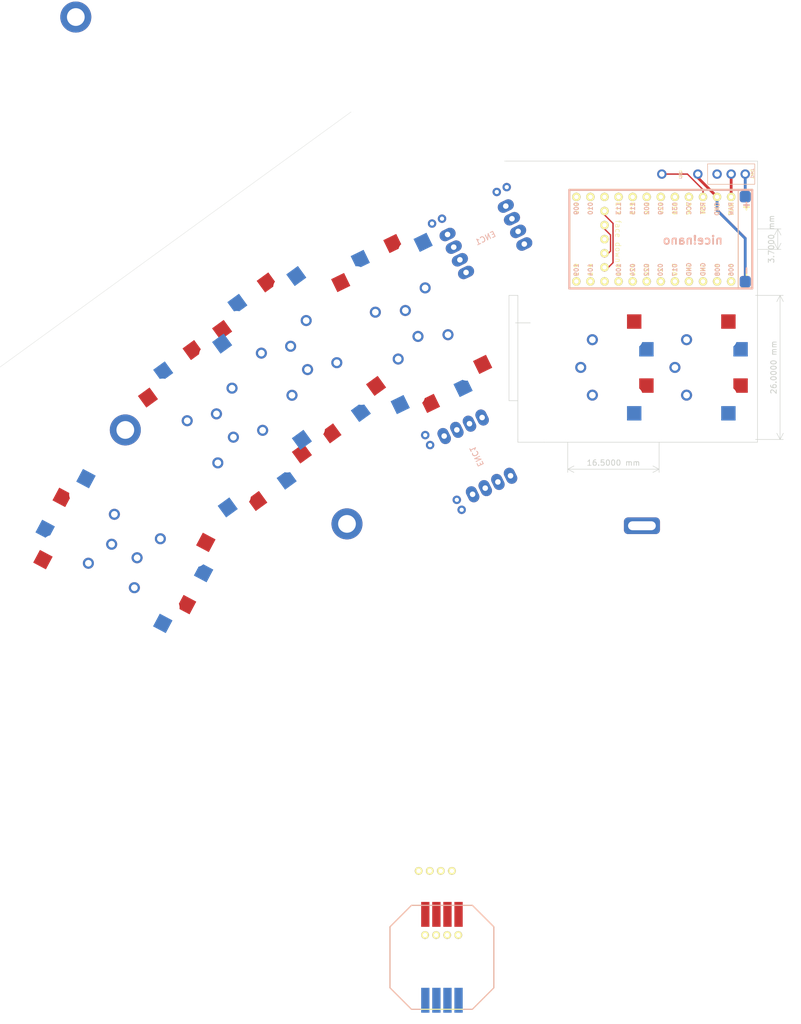
<source format=kicad_pcb>
(kicad_pcb (version 20221018) (generator pcbnew)
  (layers (0 "F.Cu" signal) (31 "B.Cu" signal) (34 "B.Paste" user) (35 "F.Paste" user) (36 "B.SilkS" user "B.Silkscreen") (37 "F.SilkS" user "F.Silkscreen") (38 "B.Mask" user) (39 "F.Mask" user) (44 "Edge.Cuts" user))
  (net 0 "")
  (net 1 "GND")
  (net 2 "RST")
  (net 3 "VCC")
  (net 4 "Bat+")
  (net 5 "RAW")
  (net 6 "JS_X")
  (net 7 "JS_Y")
  (net 8 "101")
  (net 9 "102")
  (net 10 "107")
  (footprint "" (layer "F.Cu") (at 167.661643 106.009158)
    (fp_text reference "" (at 0 0) (layer "F.SilkS") (effects (font (size 1.27 1.27))))
    (fp_text value "" (at 0 0) (layer "F.SilkS") (effects (font (size 1.27 1.27))))
    (pad "C" thru_hole roundrect (at 0 0) (size 6.5 3) (drill oval 5 1.61) (layers "*.Cu" "F.Mask"))
  )
  (footprint "footprints:pg1350-rev-hs-1U" (layer "F.Cu") (at 87.398892 81.050545 36)
    (fp_text reference "SW2" hide)
    (fp_text value "SW_Push" hide)
    (pad "" np_thru_hole circle (at -5.5 0 36) (size 1.7018 1.7018) (drill 1.7018) (layers "*.Cu" "*.Mask"))
    (pad "" np_thru_hole circle (at -5 -3.75 36) (size 3 3) (drill 3) (layers "*.Cu" "*.Mask"))
    (pad "" np_thru_hole circle (at 0 -5.95 36) (size 3 3) (drill 3) (layers "*.Cu" "*.Mask"))
    (pad "" np_thru_hole circle (at 0 0 36) (size 3.429 3.429) (drill 3.429) (layers "*.Cu" "*.Mask"))
    (pad "" np_thru_hole circle (at 5 -3.75 36) (size 3 3) (drill 3) (layers "*.Cu" "*.Mask"))
    (pad "" np_thru_hole circle (at 5.5 0 36) (size 1.7018 1.7018) (drill 1.7018) (layers "*.Cu" "*.Mask"))
    (pad "1" thru_hole circle (at -5 3.8 36) (size 2 2) (drill 1.2) (layers "*.Cu" "F.Mask"))
    (pad "1" smd rect (at -3.275 -5.95 36) (size 2.6 2.6) (layers "B.Cu" "B.Paste" "B.Mask"))
    (pad "1" smd rect (at 3.275 -5.95 36) (size 2.6 2.6) (layers "F.Cu" "F.Paste" "F.Mask"))
    (pad "1" thru_hole circle (at 5 3.8 36) (size 2 2) (drill 1.2) (layers "*.Cu" "B.Mask"))
    (pad "2" smd rect (at -8.275 -3.75 36) (size 2.6 2.6) (layers "F.Cu" "F.Paste" "F.Mask"))
    (pad "2" thru_hole circle (at 0 5.9 36) (size 2 2) (drill 1.2) (layers "*.Cu" "*.Mask"))
    (pad "2" smd rect (at 8.275 -3.75 36) (size 2.6 2.6) (layers "B.Cu" "B.Paste" "B.Mask"))
  )
  (footprint "" (layer "F.Cu") (at 133.362954 168.280129 34)
    (fp_text reference "" (at 0 0 34) (layer "F.SilkS") (effects (font (size 1.27 1.27))))
    (fp_text value "" (at 0 0 34) (layer "F.SilkS") (effects (font (size 1.27 1.27))))
    (pad "X" thru_hole circle (at 0 0 34) (size 1.397 1.397) (drill 0.8128) (layers "*.Cu" "*.Mask" "F.SilkS"))
  )
  (footprint "footprints:pg1350-rev-hs-1.25U" (layer "F.Cu") (at 66.739684 106.574675 -28)
    (fp_text reference "SW1" hide)
    (fp_text value "SW_Push" hide)
    (pad "" np_thru_hole circle (at -5.95 0 62) (size 3 3) (drill 3) (layers "*.Cu" "*.Mask"))
    (pad "" np_thru_hole circle (at -3.75 -5 62) (size 3 3) (drill 3) (layers "*.Cu" "*.Mask"))
    (pad "" np_thru_hole circle (at -3.75 5 62) (size 3 3) (drill 3) (layers "*.Cu" "*.Mask"))
    (pad "" np_thru_hole circle (at 0 -5.5 62) (size 1.7018 1.7018) (drill 1.7018) (layers "*.Cu" "*.Mask"))
    (pad "" np_thru_hole circle (at 0 0 62) (size 3.429 3.429) (drill 3.429) (layers "*.Cu" "*.Mask"))
    (pad "" np_thru_hole circle (at 0 5.5 62) (size 1.7018 1.7018) (drill 1.7018) (layers "*.Cu" "*.Mask"))
    (pad "1" smd rect (at -5.95 -3.275 62) (size 2.6 2.6) (layers "F.Cu" "F.Paste" "F.Mask"))
    (pad "1" smd rect (at -5.95 3.275 62) (size 2.6 2.6) (layers "B.Cu" "B.Paste" "B.Mask"))
    (pad "1" thru_hole circle (at 3.8 -5 62) (size 2 2) (drill 1.2) (layers "*.Cu" "B.Mask"))
    (pad "1" thru_hole circle (at 3.8 5 62) (size 2 2) (drill 1.2) (layers "*.Cu" "F.Mask"))
    (pad "2" smd rect (at -3.75 -8.275 62) (size 2.6 2.6) (layers "B.Cu" "B.Paste" "B.Mask"))
    (pad "2" smd rect (at -3.75 8.275 62) (size 2.6 2.6) (layers "F.Cu" "F.Paste" "F.Mask"))
    (pad "2" thru_hole circle (at 5.9 0 62) (size 2 2) (drill 1.2) (layers "*.Cu" "*.Mask"))
  )
  (footprint "" (layer "F.Cu") (at 134.516489 179.852249 34)
    (fp_text reference "" (at 0 0 34) (layer "F.SilkS") (effects (font (size 1.27 1.27))))
    (fp_text value "" (at 0 0 34) (layer "F.SilkS") (effects (font (size 1.27 1.27))))
    (pad "X" thru_hole circle (at 0 0 34) (size 1.397 1.397) (drill 0.8128) (layers "*.Cu" "*.Mask" "F.SilkS"))
  )
  (footprint "PCM_Switch_Keyboard_Hotswap_Kailh:toby_enc" (layer "F.Cu") (at 139.414952 54.13962 26)
    (fp_text reference "ENC1" hide)
    (fp_text value "toby_enc" hide)
    (fp_text user "${REFERENCE}" (at 0 0 26) (layer "B.SilkS") (effects (justify mirror)))
    (pad "" np_thru_hole circle (at -5.847013 6.553501 116) (size 1.6 1.6) (drill 1.6) (layers "*.Cu"))
    (pad "" np_thru_hole circle (at 5.847014 6.553501 296) (size 1.6 1.6) (drill 1.6) (layers "*.Cu"))
    (pad "A" thru_hole oval (at -5.847013 -3.606501 116) (size 2 3) (drill 1) (layers "*.Cu" "B.Mask"))
    (pad "A" thru_hole oval (at 5.847013 -3.606501 296) (size 2 3) (drill 1) (layers "*.Cu" "F.Mask"))
    (pad "B" thru_hole oval (at -5.847013 -1.066501 116) (size 2 3) (drill 1) (layers "*.Cu" "B.Mask"))
    (pad "B" thru_hole oval (at 5.847013 -1.066502 296) (size 2 3) (drill 1) (layers "*.Cu" "F.Mask"))
    (pad "C" thru_hole oval (at -5.847014 1.473498 116) (size 2 3) (drill 1) (layers "*.Cu" "B.Mask"))
    (pad "C" thru_hole oval (at 5.847014 1.473498 296) (size 2 3) (drill 1) (layers "*.Cu" "F.Mask"))
    (pad "NC" thru_hole oval (at -5.847015 4.0135 116) (size 2 3) (drill 1) (layers "*.Cu" "B.Mask"))
    (pad "NC" thru_hole oval (at 5.847015 4.0135 296) (size 2 3) (drill 1) (layers "*.Cu" "F.Mask"))
    (pad "S1" thru_hole circle (at -7.497012 -6.6065 116) (size 1.524 1.524) (drill 0.762) (layers "*.Cu" "B.Mask"))
    (pad "S1" thru_hole circle (at 7.497012 -6.6065 296) (size 1.524 1.524) (drill 0.762) (layers "*.Cu" "F.Mask"))
    (pad "S2" thru_hole oval (at -5.497012 -6.606501 116) (size 1.524 1.524) (drill 0.762) (layers "*.Cu" "B.Mask"))
    (pad "S2" thru_hole oval (at 5.497012 -6.606501 296) (size 1.524 1.524) (drill 0.762) (layers "*.Cu" "F.Mask"))
  )
  (footprint "" (layer "F.Cu") (at 128.517016 179.852257 34)
    (fp_text reference "" (at 0 0 34) (layer "F.SilkS") (effects (font (size 1.27 1.27))))
    (fp_text value "" (at 0 0 34) (layer "F.SilkS") (effects (font (size 1.27 1.27))))
    (pad "GND" thru_hole circle (at 0 0 34) (size 1.397 1.397) (drill 0.8128) (layers "*.Cu" "*.Mask" "F.SilkS"))
  )
  (footprint "PCM_Switch_Keyboard_Hotswap_Kailh:toby_enc" (layer "F.Cu") (at 137.77469 93.496867 116)
    (fp_text reference "ENC1" hide)
    (fp_text value "toby_enc" hide)
    (fp_text user "${REFERENCE}" (at 0 0 116) (layer "B.SilkS") (effects (justify mirror)))
    (pad "" np_thru_hole circle (at -5.847013 6.553501 206) (size 1.6 1.6) (drill 1.6) (layers "*.Cu"))
    (pad "" np_thru_hole circle (at 5.847014 6.553501 26) (size 1.6 1.6) (drill 1.6) (layers "*.Cu"))
    (pad "A" thru_hole oval (at -5.847013 -3.606501 206) (size 2 3) (drill 1) (layers "*.Cu" "B.Mask"))
    (pad "A" thru_hole oval (at 5.847013 -3.606501 26) (size 2 3) (drill 1) (layers "*.Cu" "F.Mask"))
    (pad "B" thru_hole oval (at -5.847013 -1.066501 206) (size 2 3) (drill 1) (layers "*.Cu" "B.Mask"))
    (pad "B" thru_hole oval (at 5.847013 -1.066502 26) (size 2 3) (drill 1) (layers "*.Cu" "F.Mask"))
    (pad "C" thru_hole oval (at -5.847014 1.473498 206) (size 2 3) (drill 1) (layers "*.Cu" "B.Mask"))
    (pad "C" thru_hole oval (at 5.847014 1.473498 26) (size 2 3) (drill 1) (layers "*.Cu" "F.Mask"))
    (pad "NC" thru_hole oval (at -5.847015 4.0135 206) (size 2 3) (drill 1) (layers "*.Cu" "B.Mask"))
    (pad "NC" thru_hole oval (at 5.847015 4.0135 26) (size 2 3) (drill 1) (layers "*.Cu" "F.Mask"))
    (pad "S1" thru_hole circle (at -7.497012 -6.6065 206) (size 1.524 1.524) (drill 0.762) (layers "*.Cu" "B.Mask"))
    (pad "S1" thru_hole circle (at 7.497012 -6.6065 26) (size 1.524 1.524) (drill 0.762) (layers "*.Cu" "F.Mask"))
    (pad "S2" thru_hole oval (at -5.497012 -6.606501 206) (size 1.524 1.524) (drill 0.762) (layers "*.Cu" "B.Mask"))
    (pad "S2" thru_hole oval (at 5.497012 -6.606501 26) (size 1.524 1.524) (drill 0.762) (layers "*.Cu" "F.Mask"))
  )
  (footprint "" (layer "F.Cu") (at 132.514968 179.852247 34)
    (fp_text reference "" (at 0 0 34) (layer "F.SilkS") (effects (font (size 1.27 1.27))))
    (fp_text value "" (at 0 0 34) (layer "F.SilkS") (effects (font (size 1.27 1.27))))
    (pad "VCC" thru_hole circle (at 0 0 34) (size 1.397 1.397) (drill 0.8128) (layers "*.Cu" "*.Mask" "F.SilkS"))
  )
  (footprint "" (layer "F.Cu") (at 129.364996 168.280135 34)
    (fp_text reference "" (at 0 0 34) (layer "F.SilkS") (effects (font (size 1.27 1.27))))
    (fp_text value "" (at 0 0 34) (layer "F.SilkS") (effects (font (size 1.27 1.27))))
    (pad "Y" thru_hole circle (at 0 0 34) (size 1.397 1.397) (drill 0.8128) (layers "*.Cu" "*.Mask" "F.SilkS"))
  )
  (footprint "footprints:pg1350-rev-hs-1U" (layer "F.Cu") (at 129.827484 77.152066 -154)
    (fp_text reference "SW9" hide)
    (fp_text value "SW_Push" hide)
    (pad "" np_thru_hole circle (at -5.5 0 206) (size 1.7018 1.7018) (drill 1.7018) (layers "*.Cu" "*.Mask"))
    (pad "" np_thru_hole circle (at -5 -3.75 206) (size 3 3) (drill 3) (layers "*.Cu" "*.Mask"))
    (pad "" np_thru_hole circle (at 0 -5.95 206) (size 3 3) (drill 3) (layers "*.Cu" "*.Mask"))
    (pad "" np_thru_hole circle (at 0 0 206) (size 3.429 3.429) (drill 3.429) (layers "*.Cu" "*.Mask"))
    (pad "" np_thru_hole circle (at 5 -3.75 206) (size 3 3) (drill 3) (layers "*.Cu" "*.Mask"))
    (pad "" np_thru_hole circle (at 5.5 0 206) (size 1.7018 1.7018) (drill 1.7018) (layers "*.Cu" "*.Mask"))
    (pad "1" thru_hole circle (at -5 3.8 206) (size 2 2) (drill 1.2) (layers "*.Cu" "F.Mask"))
    (pad "1" smd rect (at -3.275 -5.95 206) (size 2.6 2.6) (layers "B.Cu" "B.Paste" "B.Mask"))
    (pad "1" smd rect (at 3.275 -5.95 206) (size 2.6 2.6) (layers "F.Cu" "F.Paste" "F.Mask"))
    (pad "1" thru_hole circle (at 5 3.8 206) (size 2 2) (drill 1.2) (layers "*.Cu" "B.Mask"))
    (pad "2" smd rect (at -8.275 -3.75 206) (size 2.6 2.6) (layers "F.Cu" "F.Paste" "F.Mask"))
    (pad "2" thru_hole circle (at 0 5.9 206) (size 2 2) (drill 1.2) (layers "*.Cu" "*.Mask"))
    (pad "2" smd rect (at 8.275 -3.75 206) (size 2.6 2.6) (layers "B.Cu" "B.Paste" "B.Mask"))
  )
  (footprint "footprints:pg1350-rev-hs-1U" (layer "F.Cu") (at 110.777966 82.605673 -144)
    (fp_text reference "SW8" hide)
    (fp_text value "SW_Push" hide)
    (pad "" np_thru_hole circle (at -5.5 0 216) (size 1.7018 1.7018) (drill 1.7018) (layers "*.Cu" "*.Mask"))
    (pad "" np_thru_hole circle (at -5 -3.75 216) (size 3 3) (drill 3) (layers "*.Cu" "*.Mask"))
    (pad "" np_thru_hole circle (at 0 -5.95 216) (size 3 3) (drill 3) (layers "*.Cu" "*.Mask"))
    (pad "" np_thru_hole circle (at 0 0 216) (size 3.429 3.429) (drill 3.429) (layers "*.Cu" "*.Mask"))
    (pad "" np_thru_hole circle (at 5 -3.75 216) (size 3 3) (drill 3) (layers "*.Cu" "*.Mask"))
    (pad "" np_thru_hole circle (at 5.5 0 216) (size 1.7018 1.7018) (drill 1.7018) (layers "*.Cu" "*.Mask"))
    (pad "1" thru_hole circle (at -5 3.8 216) (size 2 2) (drill 1.2) (layers "*.Cu" "F.Mask"))
    (pad "1" smd rect (at -3.275 -5.95 216) (size 2.6 2.6) (layers "B.Cu" "B.Paste" "B.Mask"))
    (pad "1" smd rect (at 3.275 -5.95 216) (size 2.6 2.6) (layers "F.Cu" "F.Paste" "F.Mask"))
    (pad "1" thru_hole circle (at 5 3.8 216) (size 2 2) (drill 1.2) (layers "*.Cu" "B.Mask"))
    (pad "2" smd rect (at -8.275 -3.75 216) (size 2.6 2.6) (layers "F.Cu" "F.Paste" "F.Mask"))
    (pad "2" thru_hole circle (at 0 5.9 216) (size 2 2) (drill 1.2) (layers "*.Cu" "*.Mask"))
    (pad "2" smd rect (at 8.275 -3.75 216) (size 2.6 2.6) (layers "B.Cu" "B.Paste" "B.Mask"))
  )
  (footprint "footprints:pg1350-rev-hs-1.25U" (layer "F.Cu") (at 179.51799 77.44488 180)
    (fp_text reference "SW5" hide)
    (fp_text value "SW_Push" hide)
    (pad "" np_thru_hole circle (at -5.95 0 270) (size 3 3) (drill 3) (layers "*.Cu" "*.Mask"))
    (pad "" np_thru_hole circle (at -3.75 -5 270) (size 3 3) (drill 3) (layers "*.Cu" "*.Mask"))
    (pad "" np_thru_hole circle (at -3.75 5 270) (size 3 3) (drill 3) (layers "*.Cu" "*.Mask"))
    (pad "" np_thru_hole circle (at 0 -5.5 270) (size 1.7018 1.7018) (drill 1.7018) (layers "*.Cu" "*.Mask"))
    (pad "" np_thru_hole circle (at 0 0 270) (size 3.429 3.429) (drill 3.429) (layers "*.Cu" "*.Mask"))
    (pad "" np_thru_hole circle (at 0 5.5 270) (size 1.7018 1.7018) (drill 1.7018) (layers "*.Cu" "*.Mask"))
    (pad "1" smd rect (at -5.95 -3.275 270) (size 2.6 2.6) (layers "F.Cu" "F.Paste" "F.Mask"))
    (pad "1" smd rect (at -5.95 3.275 270) (size 2.6 2.6) (layers "B.Cu" "B.Paste" "B.Mask"))
    (pad "1" thru_hole circle (at 3.8 -5 270) (size 2 2) (drill 1.2) (layers "*.Cu" "B.Mask"))
    (pad "1" thru_hole circle (at 3.8 5 270) (size 2 2) (drill 1.2) (layers "*.Cu" "F.Mask"))
    (pad "2" smd rect (at -3.75 -8.275 270) (size 2.6 2.6) (layers "B.Cu" "B.Paste" "B.Mask"))
    (pad "2" smd rect (at -3.75 8.275 270) (size 2.6 2.6) (layers "F.Cu" "F.Paste" "F.Mask"))
    (pad "2" thru_hole circle (at 5.9 0 270) (size 2 2) (drill 1.2) (layers "*.Cu" "*.Mask"))
  )
  (footprint "MountingHole:MountingHole_3.2mm_M3_DIN965_Pad" (layer "F.Cu") (at 65.479263 14.230738 -10)
    (fp_text reference "REF**" hide)
    (fp_text value "MountingHole_3.2mm_M3_DIN965_Pad" hide)
    (pad "1" thru_hole circle (at 0 0 350) (size 5.6 5.6) (drill 3.2) (layers "*.Cu" "*.Mask"))
  )
  (footprint "" (layer "F.Cu") (at 131.361433 168.280127 34)
    (fp_text reference "" (at 0 0 34) (layer "F.SilkS") (effects (font (size 1.27 1.27))))
    (fp_text value "" (at 0 0 34) (layer "F.SilkS") (effects (font (size 1.27 1.27))))
    (pad "VCC" thru_hole circle (at 0 0 34) (size 1.397 1.397) (drill 0.8128) (layers "*.Cu" "*.Mask" "F.SilkS"))
  )
  (footprint "footprints:pg1350-rev-hs-1U" (layer "F.Cu") (at 122.375182 61.87258 26)
    (fp_text reference "SW4" hide)
    (fp_text value "SW_Push" hide)
    (pad "" np_thru_hole circle (at -5.5 0 26) (size 1.7018 1.7018) (drill 1.7018) (layers "*.Cu" "*.Mask"))
    (pad "" np_thru_hole circle (at -5 -3.75 26) (size 3 3) (drill 3) (layers "*.Cu" "*.Mask"))
    (pad "" np_thru_hole circle (at 0 -5.95 26) (size 3 3) (drill 3) (layers "*.Cu" "*.Mask"))
    (pad "" np_thru_hole circle (at 0 0 26) (size 3.429 3.429) (drill 3.429) (layers "*.Cu" "*.Mask"))
    (pad "" np_thru_hole circle (at 5 -3.75 26) (size 3 3) (drill 3) (layers "*.Cu" "*.Mask"))
    (pad "" np_thru_hole circle (at 5.5 0 26) (size 1.7018 1.7018) (drill 1.7018) (layers "*.Cu" "*.Mask"))
    (pad "1" thru_hole circle (at -5 3.8 26) (size 2 2) (drill 1.2) (layers "*.Cu" "F.Mask"))
    (pad "1" smd rect (at -3.275 -5.95 26) (size 2.6 2.6) (layers "B.Cu" "B.Paste" "B.Mask"))
    (pad "1" smd rect (at 3.275 -5.95 26) (size 2.6 2.6) (layers "F.Cu" "F.Paste" "F.Mask"))
    (pad "1" thru_hole circle (at 5 3.8 26) (size 2 2) (drill 1.2) (layers "*.Cu" "B.Mask"))
    (pad "2" smd rect (at -8.275 -3.75 26) (size 2.6 2.6) (layers "F.Cu" "F.Paste" "F.Mask"))
    (pad "2" thru_hole circle (at 0 5.9 26) (size 2 2) (drill 1.2) (layers "*.Cu" "*.Mask"))
    (pad "2" smd rect (at 8.275 -3.75 26) (size 2.6 2.6) (layers "B.Cu" "B.Paste" "B.Mask"))
  )
  (footprint "footprints:pg1350-rev-hs-1.25U" (layer "F.Cu") (at 81.749793 114.555687 152)
    (fp_text reference "SW1" hide)
    (fp_text value "SW_Push" hide)
    (pad "" np_thru_hole circle (at -5.95 0 242) (size 3 3) (drill 3) (layers "*.Cu" "*.Mask"))
    (pad "" np_thru_hole circle (at -3.75 -5 242) (size 3 3) (drill 3) (layers "*.Cu" "*.Mask"))
    (pad "" np_thru_hole circle (at -3.75 5 242) (size 3 3) (drill 3) (layers "*.Cu" "*.Mask"))
    (pad "" np_thru_hole circle (at 0 -5.5 242) (size 1.7018 1.7018) (drill 1.7018) (layers "*.Cu" "*.Mask"))
    (pad "" np_thru_hole circle (at 0 0 242) (size 3.429 3.429) (drill 3.429) (layers "*.Cu" "*.Mask"))
    (pad "" np_thru_hole circle (at 0 5.5 242) (size 1.7018 1.7018) (drill 1.7018) (layers "*.Cu" "*.Mask"))
    (pad "1" smd rect (at -5.95 -3.275 242) (size 2.6 2.6) (layers "F.Cu" "F.Paste" "F.Mask"))
    (pad "1" smd rect (at -5.95 3.275 242) (size 2.6 2.6) (layers "B.Cu" "B.Paste" "B.Mask"))
    (pad "1" thru_hole circle (at 3.8 -5 242) (size 2 2) (drill 1.2) (layers "*.Cu" "B.Mask"))
    (pad "1" thru_hole circle (at 3.8 5 242) (size 2 2) (drill 1.2) (layers "*.Cu" "F.Mask"))
    (pad "2" smd rect (at -3.75 -8.275 242) (size 2.6 2.6) (layers "B.Cu" "B.Paste" "B.Mask"))
    (pad "2" smd rect (at -3.75 8.275 242) (size 2.6 2.6) (layers "F.Cu" "F.Paste" "F.Mask"))
    (pad "2" thru_hole circle (at 5.9 0 242) (size 2 2) (drill 1.2) (layers "*.Cu" "*.Mask"))
  )
  (footprint "footprints:pg1350-rev-hs-1U" (layer "F.Cu") (at 97.39123 94.803843 -144)
    (fp_text reference "SW7" hide)
    (fp_text value "SW_Push" hide)
    (pad "" np_thru_hole circle (at -5.5 0 216) (size 1.7018 1.7018) (drill 1.7018) (layers "*.Cu" "*.Mask"))
    (pad "" np_thru_hole circle (at -5 -3.75 216) (size 3 3) (drill 3) (layers "*.Cu" "*.Mask"))
    (pad "" np_thru_hole circle (at 0 -5.95 216) (size 3 3) (drill 3) (layers "*.Cu" "*.Mask"))
    (pad "" np_thru_hole circle (at 0 0 216) (size 3.429 3.429) (drill 3.429) (layers "*.Cu" "*.Mask"))
    (pad "" np_thru_hole circle (at 5 -3.75 216) (size 3 3) (drill 3) (layers "*.Cu" "*.Mask"))
    (pad "" np_thru_hole circle (at 5.5 0 216) (size 1.7018 1.7018) (drill 1.7018) (layers "*.Cu" "*.Mask"))
    (pad "1" thru_hole circle (at -5 3.8 216) (size 2 2) (drill 1.2) (layers "*.Cu" "F.Mask"))
    (pad "1" smd rect (at -3.275 -5.95 216) (size 2.6 2.6) (layers "B.Cu" "B.Paste" "B.Mask"))
    (pad "1" smd rect (at 3.275 -5.95 216) (size 2.6 2.6) (layers "F.Cu" "F.Paste" "F.Mask"))
    (pad "1" thru_hole circle (at 5 3.8 216) (size 2 2) (drill 1.2) (layers "*.Cu" "B.Mask"))
    (pad "2" smd rect (at -8.275 -3.75 216) (size 2.6 2.6) (layers "F.Cu" "F.Paste" "F.Mask"))
    (pad "2" thru_hole circle (at 0 5.9 216) (size 2 2) (drill 1.2) (layers "*.Cu" "*.Mask"))
    (pad "2" smd rect (at 8.275 -3.75 216) (size 2.6 2.6) (layers "B.Cu" "B.Paste" "B.Mask"))
  )
  (footprint "footprints:pg1350-rev-hs-1.25U" (layer "F.Cu") (at 162.517988 77.444864 180)
    (fp_text reference "SW10" hide)
    (fp_text value "SW_Push" hide)
    (pad "" np_thru_hole circle (at -5.95 0 270) (size 3 3) (drill 3) (layers "*.Cu" "*.Mask"))
    (pad "" np_thru_hole circle (at -3.75 -5 270) (size 3 3) (drill 3) (layers "*.Cu" "*.Mask"))
    (pad "" np_thru_hole circle (at -3.75 5 270) (size 3 3) (drill 3) (layers "*.Cu" "*.Mask"))
    (pad "" np_thru_hole circle (at 0 -5.5 270) (size 1.7018 1.7018) (drill 1.7018) (layers "*.Cu" "*.Mask"))
    (pad "" np_thru_hole circle (at 0 0 270) (size 3.429 3.429) (drill 3.429) (layers "*.Cu" "*.Mask"))
    (pad "" np_thru_hole circle (at 0 5.5 270) (size 1.7018 1.7018) (drill 1.7018) (layers "*.Cu" "*.Mask"))
    (pad "1" smd rect (at -5.95 -3.275 270) (size 2.6 2.6) (layers "F.Cu" "F.Paste" "F.Mask"))
    (pad "1" smd rect (at -5.95 3.275 270) (size 2.6 2.6) (layers "B.Cu" "B.Paste" "B.Mask"))
    (pad "1" thru_hole circle (at 3.8 -5 270) (size 2 2) (drill 1.2) (layers "*.Cu" "B.Mask"))
    (pad "1" thru_hole circle (at 3.8 5 270) (size 2 2) (drill 1.2) (layers "*.Cu" "F.Mask"))
    (pad "2" smd rect (at -3.75 -8.275 270) (size 2.6 2.6) (layers "B.Cu" "B.Paste" "B.Mask"))
    (pad "2" smd rect (at -3.75 8.275 270) (size 2.6 2.6) (layers "F.Cu" "F.Paste" "F.Mask"))
    (pad "2" thru_hole circle (at 5.9 0 270) (size 2 2) (drill 1.2) (layers "*.Cu" "*.Mask"))
  )
  (footprint "MountingHole:MountingHole_3.2mm_M3_DIN965_Pad" (layer "F.Cu") (at 114.425312 105.673835 36)
    (fp_text reference "REF**" hide)
    (fp_text value "MountingHole_3.2mm_M3_DIN965_Pad" hide)
    (pad "1" thru_hole circle (at 0 0 36) (size 5.6 5.6) (drill 3.2) (layers "*.Cu" "*.Mask"))
  )
  (footprint "MountingHole:MountingHole_3.2mm_M3_DIN965_Pad" (layer "F.Cu") (at 74.415389 88.725076 26)
    (fp_text reference "REF**" hide)
    (fp_text value "MountingHole_3.2mm_M3_DIN965_Pad" hide)
    (pad "1" thru_hole circle (at 0 0 26) (size 5.6 5.6) (drill 3.2) (layers "*.Cu" "*.Mask"))
  )
  (footprint "" (layer "F.Cu") (at 130.518531 179.852255 34)
    (fp_text reference "" (at 0 0 34) (layer "F.SilkS") (effects (font (size 1.27 1.27))))
    (fp_text value "" (at 0 0 34) (layer "F.SilkS") (effects (font (size 1.27 1.27))))
    (pad "Y" thru_hole circle (at 0 0 34) (size 1.397 1.397) (drill 0.8128) (layers "*.Cu" "*.Mask" "F.SilkS"))
  )
  (footprint "" (layer "F.Cu") (at 127.363481 168.280137 34)
    (fp_text reference "" (at 0 0 34) (layer "F.SilkS") (effects (font (size 1.27 1.27))))
    (fp_text value "" (at 0 0 34) (layer "F.SilkS") (effects (font (size 1.27 1.27))))
    (pad "GND" thru_hole circle (at 0 0 34) (size 1.397 1.397) (drill 0.8128) (layers "*.Cu" "*.Mask" "F.SilkS"))
  )
  (footprint "footprints:pg1350-rev-hs-1U" (layer "F.Cu") (at 100.785621 68.852382 36)
    (fp_text reference "SW3" hide)
    (fp_text value "SW_Push" hide)
    (pad "" np_thru_hole circle (at -5.5 0 36) (size 1.7018 1.7018) (drill 1.7018) (layers "*.Cu" "*.Mask"))
    (pad "" np_thru_hole circle (at -5 -3.75 36) (size 3 3) (drill 3) (layers "*.Cu" "*.Mask"))
    (pad "" np_thru_hole circle (at 0 -5.95 36) (size 3 3) (drill 3) (layers "*.Cu" "*.Mask"))
    (pad "" np_thru_hole circle (at 0 0 36) (size 3.429 3.429) (drill 3.429) (layers "*.Cu" "*.Mask"))
    (pad "" np_thru_hole circle (at 5 -3.75 36) (size 3 3) (drill 3) (layers "*.Cu" "*.Mask"))
    (pad "" np_thru_hole circle (at 5.5 0 36) (size 1.7018 1.7018) (drill 1.7018) (layers "*.Cu" "*.Mask"))
    (pad "1" thru_hole circle (at -5 3.8 36) (size 2 2) (drill 1.2) (layers "*.Cu" "F.Mask"))
    (pad "1" smd rect (at -3.275 -5.95 36) (size 2.6 2.6) (layers "B.Cu" "B.Paste" "B.Mask"))
    (pad "1" smd rect (at 3.275 -5.95 36) (size 2.6 2.6) (layers "F.Cu" "F.Paste" "F.Mask"))
    (pad "1" thru_hole circle (at 5 3.8 36) (size 2 2) (drill 1.2) (layers "*.Cu" "B.Mask"))
    (pad "2" smd rect (at -8.275 -3.75 36) (size 2.6 2.6) (layers "F.Cu" "F.Paste" "F.Mask"))
    (pad "2" thru_hole circle (at 0 5.9 36) (size 2 2) (drill 1.2) (layers "*.Cu" "*.Mask"))
    (pad "2" smd rect (at 8.275 -3.75 36) (size 2.6 2.6) (layers "B.Cu" "B.Paste" "B.Mask"))
  )
  (footprint "PCM_Switch_Keyboard_Hotswap_Kailh:toby_js" (layer "F.Cu") (at 131.561417 183.868989)
    (fp_text reference "TJS1" hide)
    (fp_text value "thumbstick1" hide)
    (fp_line (start -9.37514 -5.4991) (end -9.37514 5.4991) (stroke (width 0.2032)) (layer "B.SilkS"))
    (fp_line (start -9.37514 -5.4991) (end -5.4991 -9.37514) (stroke (width 0.2032)) (layer "B.SilkS"))
    (fp_line (start -5.4991 -9.37514) (end 5.4991 -9.37514) (stroke (width 0.2032)) (layer "B.SilkS"))
    (fp_line (start -5.4991 9.37514) (end -9.37514 5.4991) (stroke (width 0.2032)) (layer "B.SilkS"))
    (fp_line (start -5.4991 9.37514) (end -3.89636 9.37514) (stroke (width 0.2032)) (layer "B.SilkS"))
    (fp_line (start 3.89636 9.37514) (end 5.4991 9.37514) (stroke (width 0.2032)) (layer "B.SilkS"))
    (fp_line (start 5.4991 9.37514) (end 9.37514 5.4991) (stroke (width 0.2032)) (layer "B.SilkS"))
    (fp_line (start 9.37514 -5.4991) (end 5.4991 -9.37514) (stroke (width 0.2032)) (layer "B.SilkS"))
    (fp_line (start 9.37514 -5.4991) (end 9.37514 5.4991) (stroke (width 0.2032)) (layer "B.SilkS"))
    (fp_line (start -9.37514 5.4991) (end -9.37514 -5.4991) (stroke (width 0.2032)) (layer "F.SilkS"))
    (fp_line (start -9.37514 5.4991) (end -5.4991 9.37514) (stroke (width 0.2032)) (layer "F.SilkS"))
    (fp_line (start -5.4991 -9.37514) (end -9.37514 -5.4991) (stroke (width 0.2032)) (layer "F.SilkS"))
    (fp_line (start -5.4991 -9.37514) (end -3.89636 -9.37514) (stroke (width 0.2032)) (layer "F.SilkS"))
    (fp_line (start -5.4991 9.37514) (end 5.4991 9.37514) (stroke (width 0.2032)) (layer "F.SilkS"))
    (fp_line (start 3.89636 -9.37514) (end 5.4991 -9.37514) (stroke (width 0.2032)) (layer "F.SilkS"))
    (fp_line (start 5.4991 -9.37514) (end 9.37514 -5.4991) (stroke (width 0.2032)) (layer "F.SilkS"))
    (fp_line (start 9.37514 5.4991) (end 5.4991 9.37514) (stroke (width 0.2032)) (layer "F.SilkS"))
    (fp_line (start 9.37514 5.4991) (end 9.37514 -5.4991) (stroke (width 0.2032)) (layer "F.SilkS"))
    (pad "" np_thru_hole circle (at -8.89 -8.98398) (size 1.99898 1.99898) (drill 1.99898) (layers "*.Cu" "*.Mask"))
    (pad "" np_thru_hole circle (at -8.89 8.98398 180) (size 1.99898 1.99898) (drill 1.99898) (layers "*.Cu" "*.Mask"))
    (pad "" np_thru_hole circle (at -7.37362 -10.0584 180) (size 1.99898 1.99898) (drill 1.99898) (layers "*.Cu" "*.Mask"))
    (pad "" np_thru_hole circle (at -7.37362 10.0584) (size 1.99898 1.99898) (drill 1.99898) (layers "*.Cu" "*.Mask"))
    (pad "GND" smd rect (at -2.99974 -7.74954 90) (size 4.49834 1.4986) (layers "F.Cu" "F.Paste" "F.Mask"))
    (pad "GND" smd rect (at -2.99974 7.74954 90) (size 4.49834 1.4986) (layers "B.Cu" "B.Paste" "B.Mask"))
    (pad "VCC" smd rect (at 0.99822 -7.74954 90) (size 4.49834 1.4986) (layers "F.Cu" "F.Paste" "F.Mask"))
    (pad "VCC" smd rect (at 0.99822 7.74954 90) (size 4.49834 1.4986) (layers "B.Cu" "B.Paste" "B.Mask"))
    (pad "X" smd rect (at 2.99974 -7.74954 90) (size 4.49834 1.4986) (layers "F.Cu" "F.Paste" "F.Mask"))
    (pad "X" smd rect (at 2.99974 7.74954 90) (size 4.49834 1.4986) (layers "B.Cu" "B.Paste" "B.Mask"))
    (pad "Y" smd rect (at -0.99822 -7.74954 90) (size 4.49834 1.4986) (layers "F.Cu" "F.Paste" "F.Mask"))
    (pad "Y" smd rect (at -0.99822 7.74954 90) (size 4.49834 1.4986) (layers "B.Cu" "B.Paste" "B.Mask"))
  )
  (footprint "footprints3:Reset_Pretty" (layer "B.Cu") (at 183.767989 42.564895 90)
    (fp_text reference "REF**" hide)
    (fp_text value "Reset_Pretty" hide)
    (fp_text user "pwr" (at -0.826067 3.511443 270 unlocked) (layer "B.SilkS") (effects (font (size 0.7 0.7) (thickness 0.1)) (justify left bottom mirror)))
    (fp_text user "pwr" (at 0.972627 3.511443 270 unlocked) (layer "F.SilkS") (effects (font (size 0.7 0.7) (thickness 0.1)) (justify left bottom)))
    (fp_rect (start 1.85 -4.25) (end -1.85 4.25) (stroke (width 0.1)) (fill none) (layer "B.SilkS"))
    (fp_rect (start 1.85 -4.25) (end -1.85 4.25) (stroke (width 0.1)) (fill none) (layer "F.SilkS"))
    (pad "BAT+" thru_hole circle (at 0 2.54 90) (size 1.7 1.7) (drill 1) (layers "*.Cu" "*.Mask") (net 4 "Bat+"))
    (pad "NC" thru_hole circle (at 0 -2.54 90) (size 1.7 1.7) (drill 1) (layers "*.Cu" "*.Mask"))
    (pad "RAW" thru_hole circle (at 0 0 90) (size 1.7 1.7) (drill 1) (layers "*.Cu" "*.Mask") (net 5 "RAW"))
  )
  (footprint "footprints3:reset_sw_Toby" (layer "B.Cu") (at 174.504422 42.564895 90)
    (fp_text reference "REF**" hide)
    (fp_text value "reset_sw_Toby" hide)
    (fp_text user "rst" (at -0.979999 -0.20941 270 unlocked) (layer "B.SilkS") (effects (font (size 0.7 0.7) (thickness 0.1)) (justify left bottom mirror)))
    (fp_text user "rst" (at 0.818695 -0.20941 270 unlocked) (layer "F.SilkS") (effects (font (size 0.7 0.7) (thickness 0.1)) (justify left bottom)))
    (pad "GND" thru_hole circle (at 0 3.25 90) (size 1.7 1.7) (drill 1) (layers "*.Cu" "*.Mask") (net 1 "GND"))
    (pad "RST" thru_hole circle (at 0 -3.25 90) (size 1.7 1.7) (drill 1) (layers "*.Cu" "*.Mask") (net 2 "RST"))
  )
  (footprint "nice-nano-kicad-master:nice_nano_Toby" (layer "B.Cu") (at 160.907989 54.304895 90)
    (fp_text reference "U1" hide)
    (fp_text value "nice_nano_Toby" hide)
    (fp_text user "008" (at -5.53719 20.390001 90) (layer "B.SilkS") (effects (font (size 0.8 0.8)) (justify mirror)))
    (fp_text user "RAW" (at 5.473715 22.86 90) (layer "B.SilkS") (effects (font (size 0.8 0.8)) (justify mirror)))
    (fp_text user "+" (at 5.214377 25 270 unlocked) (layer "B.SilkS") (effects (font (size 1.2 1.2) (thickness 0.3) bold) (justify left bottom mirror)))
    (fp_text user "GND" (at 5.454667 20.320001 90) (layer "B.SilkS") (effects (font (size 0.8 0.8)) (justify mirror)))
    (fp_text user "113" (at 5.537191 2.540001 90) (layer "B.SilkS") (effects (font (size 0.8 0.8)) (justify mirror)))
    (fp_text user "-" (at -6.604316 25 270 unlocked) (layer "B.SilkS") (effects (font (size 1.2 1.2) (thickness 0.3) bold) (justify left bottom mirror)))
    (fp_text user "017" (at -5.53719 12.690001 90) (layer "B.SilkS") (effects (font (size 0.8 0.8)) (justify mirror)))
    (fp_text user "024" (at -5.53719 5.08 90) (layer "B.SilkS") (effects (font (size 0.8 0.8)) (justify mirror)))
    (fp_text user "002" (at 5.537191 7.620001 90) (layer "B.SilkS") (effects (font (size 0.8 0.8)) (justify mirror)))
    (fp_text user "029" (at 5.537191 10.16 90) (layer "B.SilkS") (effects (font (size 0.8 0.8)) (justify mirror)))
    (fp_text user "GND" (at -5.461 17.780001 90) (layer "B.SilkS") (effects (font (size 0.8 0.8)) (justify mirror)))
    (fp_text user "010" (at 5.537191 -2.539999 90) (layer "B.SilkS") (effects (font (size 0.8 0.8)) (justify mirror)))
    (fp_text user "109" (at -5.537191 -5.08 90) (layer "B.SilkS") (effects (font (size 0.8 0.8)) (justify mirror)))
    (fp_text user "006" (at -5.53719 22.860001 90) (layer "B.SilkS") (effects (font (size 0.8 0.8)) (justify mirror)))
    (fp_text user "020" (at -5.53719 10.09 90) (layer "B.SilkS") (effects (font (size 0.8 0.8)) (justify mirror)))
    (fp_text user "009" (at 5.537191 -5.08 90) (layer "B.SilkS") (effects (font (size 0.8 0.8)) (justify mirror)))
    (fp_text user "RST" (at 5.588 17.78 90) (layer "B.SilkS") (effects (font (size 0.8 0.8)) (justify mirror)))
    (fp_text user "031" (at 5.537191 12.700001 90) (layer "B.SilkS") (effects (font (size 0.8 0.8)) (justify mirror)))
    (fp_text user "GND" (at -5.461001 15.240001 90) (layer "B.SilkS") (effects (font (size 0.8 0.8)) (justify mirror)))
    (fp_text user "022" (at -5.53719 7.59 90) (layer "B.SilkS") (effects (font (size 0.8 0.8)) (justify mirror)))
    (fp_text user "nice!nano" (at -0.183398 15.926508) (layer "B.SilkS") (effects (font (size 1.5 1.5) (thickness 0.3)) (justify mirror)))
    (fp_text user "100" (at -5.53719 2.540001 90) (layer "B.SilkS") (effects (font (size 0.8 0.8)) (justify mirror)))
    (fp_text user "115" (at 5.537191 5.08 90) (layer "B.SilkS") (effects (font (size 0.8 0.8)) (justify mirror)))
    (fp_text user "VCC" (at 5.537191 15.240001 90) (layer "B.SilkS") (effects (font (size 0.8 0.8)) (justify mirror)))
    (fp_text user "104" (at -5.537191 -2.539999 90) (layer "B.SilkS") (effects (font (size 0.8 0.8)) (justify mirror)))
    (fp_text user "006" (at -5.53719 22.860001 90) (layer "F.SilkS") (effects (font (size 0.8 0.8))))
    (fp_text user "002" (at 5.537191 7.620001 90) (layer "F.SilkS") (effects (font (size 0.8 0.8))))
    (fp_text user "VCC" (at 5.537191 15.240001 90) (layer "F.SilkS") (effects (font (size 0.8 0.8))))
    (fp_text user "100" (at -5.53719 2.540001 90) (layer "F.SilkS") (effects (font (size 0.8 0.8))))
    (fp_text user "010" (at 5.537191 -2.539999 90) (layer "F.SilkS") (effects (font (size 0.8 0.8))))
    (fp_text user "109" (at -5.537191 -5.08 90) (layer "F.SilkS") (effects (font (size 0.8 0.8))))
    (fp_text user "009" (at 5.537191 -5.08 90) (layer "F.SilkS") (effects (font (size 0.8 0.8))))
    (fp_text user "GND" (at -5.461 17.780001 90) (layer "F.SilkS") (effects (font (size 0.8 0.8))))
    (fp_text user "face down" (at 3.505021 1.868259 270 unlocked) (layer "F.SilkS") (effects (font (thickness 0.1)) (justify left bottom)))
    (fp_text user "029" (at 5.537191 10.16 90) (layer "F.SilkS") (effects (font (size 0.8 0.8))))
    (fp_text user "017" (at -5.53719 12.700001 90) (layer "F.SilkS") (effects (font (size 0.8 0.8))))
    (fp_text user "GND" (at -5.461001 15.240001 90) (layer "F.SilkS") (effects (font (size 0.8 0.8))))
    (fp_text user "RST" (at 5.588 17.78 90) (layer "F.SilkS") (effects (font (size 0.8 0.8))))
    (fp_text user "113" (at 5.537191 2.540001 90) (layer "F.SilkS") (effects (font (size 0.8 0.8))))
    (fp_text user "024" (at -5.53719 5.09 90) (layer "F.SilkS") (effects (font (size 0.8 0.8))))
    (fp_text user "GND" (at 5.454667 20.320001 90) (layer "F.SilkS") (effects (font (size 0.8 0.8))))
    (fp_text user "104" (at -5.537191 -2.539999 90) (layer "F.SilkS") (effects (font (size 0.8 0.8))))
    (fp_text user "031" (at 5.537191 12.700001 90) (layer "F.SilkS") (effects (font (size 0.8 0.8))))
    (fp_text user "-" (at -5.103022 25 270 unlocked) (layer "F.SilkS") (effects (font (size 1.2 1.2) (thickness 0.3) bold) (justify left bottom)))
    (fp_text user "+" (at 6.715671 25 270 unlocked) (layer "F.SilkS") (effects (font (size 1.2 1.2) (thickness 0.3) bold) (justify left bottom)))
    (fp_text user "020" (at -5.53719 10.09 90) (layer "F.SilkS") (effects (font (size 0.8 0.8))))
    (fp_text user "RAW" (at 5.473715 22.86 90) (layer "F.SilkS") (effects (font (size 0.8 0.8))))
    (fp_text user "115" (at 5.537191 5.08 90) (layer "F.SilkS") (effects (font (size 0.8 0.8))))
    (fp_text user "008" (at -5.53719 20.390001 90) (layer "F.SilkS") (effects (font (size 0.8 0.8))))
    (fp_text user "022" (at -5.53719 7.59 90) (layer "F.SilkS") (effects (font (size 0.8 0.8))))
    (fp_line (start -8.89 -6.35) (end 8.89 -6.35) (stroke (width 0.381)) (layer "B.SilkS"))
    (fp_line (start -8.89 24.13) (end -8.89 -6.35) (stroke (width 0.15)) (layer "B.SilkS"))
    (fp_line (start -8.89 24.13) (end -8.89 -6.35) (stroke (width 0.381)) (layer "B.SilkS"))
    (fp_line (start -8.89 24.13) (end 8.890001 24.13) (stroke (width 0.15)) (layer "B.SilkS"))
    (fp_line (start -8.89 26.670001) (end -8.89 24.13) (stroke (width 0.381)) (layer "B.SilkS"))
    (fp_line (start 8.89 -6.35) (end -8.89 -6.35) (stroke (width 0.15)) (layer "B.SilkS"))
    (fp_line (start 8.89 -6.35) (end 8.89 24.13) (stroke (width 0.381)) (layer "B.SilkS"))
    (fp_line (start 8.89 24.13) (end 8.89 26.670001) (stroke (width 0.381)) (layer "B.SilkS"))
    (fp_line (start 8.89 26.670001) (end -8.89 26.670001) (stroke (width 0.381)) (layer "B.SilkS"))
    (fp_line (start 8.890001 24.130001) (end 8.89 -6.349999) (stroke (width 0.15)) (layer "B.SilkS"))
    (fp_line (start -8.89 -6.35) (end 8.89 -6.35) (stroke (width 0.381)) (layer "F.SilkS"))
    (fp_line (start -8.89 24.13) (end -8.89 -6.35) (stroke (width 0.15)) (layer "F.SilkS"))
    (fp_line (start -8.89 24.13) (end 8.890001 24.13) (stroke (width 0.15)) (layer "F.SilkS"))
    (fp_line (start -8.89 26.670001) (end -8.89 -6.35) (stroke (width 0.381)) (layer "F.SilkS"))
    (fp_line (start 8.89 -6.35) (end -8.89 -6.35) (stroke (width 0.15)) (layer "F.SilkS"))
    (fp_line (start 8.89 -6.35) (end 8.89 26.670001) (stroke (width 0.381)) (layer "F.SilkS"))
    (fp_line (start 8.89 26.670001) (end -8.89 26.670001) (stroke (width 0.381)) (layer "F.SilkS"))
    (fp_line (start 8.890001 24.130001) (end 8.89 -6.349999) (stroke (width 0.15)) (layer "F.SilkS"))
    (pad "0" thru_hole circle (at -7.62 20.320001 270) (size 1.524 1.524) (drill 0.8128) (layers "*.Cu" "*.Mask" "F.SilkS"))
    (pad "1" thru_hole circle (at -7.62 22.86 270) (size 1.524 1.524) (drill 0.8128) (layers "*.Cu" "*.Mask" "F.SilkS"))
    (pad "2" thru_hole circle (at -7.62 12.700001 270) (size 1.524 1.524) (drill 0.8128) (layers "*.Cu" "*.Mask" "F.SilkS"))
    (pad "3" thru_hole circle (at -7.62 10.16 270) (size 1.524 1.524) (drill 0.8128) (layers "*.Cu" "*.Mask" "F.SilkS"))
    (pad "4" thru_hole circle (at -7.62 7.62 270) (size 1.524 1.524) (drill 0.8128) (layers "*.Cu" "*.Mask" "F.SilkS"))
    (pad "5" thru_hole circle (at -7.62 5.08 270) (size 1.524 1.524) (drill 0.8128) (layers "*.Cu" "*.Mask" "F.SilkS"))
    (pad "6" thru_hole circle (at -7.62 2.540001 270) (size 1.524 1.524) (drill 0.8128) (layers "*.Cu" "*.Mask" "F.SilkS"))
    (pad "7" thru_hole circle (at -7.62 0 270) (size 1.524 1.524) (drill 0.8128) (layers "*.Cu" "*.Mask" "F.SilkS"))
    (pad "8" thru_hole circle (at -7.62 -2.539999 270) (size 1.524 1.524) (drill 0.8128) (layers "*.Cu" "*.Mask" "F.SilkS"))
    (pad "9" thru_hole circle (at -7.62 -5.08 270) (size 1.524 1.524) (drill 0.8128) (layers "*.Cu" "*.Mask" "F.SilkS"))
    (pad "10" thru_hole circle (at 7.62 -5.08 270) (size 1.524 1.524) (drill 0.8128) (layers "*.Cu" "*.Mask" "F.SilkS"))
    (pad "14" thru_hole circle (at 7.62 0 270) (size 1.524 1.524) (drill 0.8128) (layers "*.Cu" "*.Mask" "F.SilkS"))
    (pad "15" thru_hole circle (at 7.62 2.540001 270) (size 1.524 1.524) (drill 0.8128) (layers "*.Cu" "*.Mask" "F.SilkS"))
    (pad "16" thru_hole circle (at 7.62 -2.539999 270) (size 1.524 1.524) (drill 0.8128) (layers "*.Cu" "*.Mask" "F.SilkS"))
    (pad "18" thru_hole circle (at 7.62 5.08 270) (size 1.524 1.524) (drill 0.8128) (layers "*.Cu" "*.Mask" "F.SilkS"))
    (pad "19" thru_hole circle (at 7.62 7.62 270) (size 1.524 1.524) (drill 0.8128) (layers "*.Cu" "*.Mask" "F.SilkS"))
    (pad "20" thru_hole circle (at 7.62 10.16 270) (size 1.524 1.524) (drill 0.8128) (layers "*.Cu" "*.Mask" "F.SilkS") (net 7 "JS_Y"))
    (pad "21" thru_hole circle (at 7.62 12.700001 270) (size 1.524 1.524) (drill 0.8128) (layers "*.Cu" "*.Mask" "F.SilkS") (net 6 "JS_X"))
    (pad "101" thru_hole circle (at -5.08 0.000001 270) (size 1.524 1.524) (drill 0.8128) (layers "*.Cu" "*.Mask" "F.SilkS") (net 8 "101"))
    (pad "101" thru_hole circle (at 5.08 -0.000001 270) (size 1.524 1.524) (drill 0.8128) (layers "*.Cu" "*.Mask" "F.SilkS") (net 8 "101"))
    (pad "102" thru_hole circle (at -2.54 0 270) (size 1.524 1.524) (drill 0.8128) (layers "*.Cu" "*.Mask" "F.SilkS") (net 9 "102"))
    (pad "102" thru_hole circle (at 2.54 -0.000001 270) (size 1.524 1.524) (drill 0.8128) (layers "*.Cu" "*.Mask" "F.SilkS") (net 9 "102"))
    (pad "107" thru_hole circle (at 0 0 270) (size 1.524 1.524) (drill 0.8128) (layers "*.Cu" "*.Mask" "F.SilkS") (net 10 "107"))
    (pad "Bat+" smd roundrect (at 7.670868 25.4 90) (size 2.055772 1.971762) (layers "B.Cu" "F.Paste" "F.Mask") (net 4 "Bat+"))
    (pad "Bat+" smd roundrect (at 7.670868 25.4 90) (size 2.055772 1.971798) (layers "F.Cu" "F.Paste" "F.Mask") (net 4 "Bat+"))
    (pad "Bat-" smd roundrect (at -7.674483 25.4 90) (size 2.0558 1.971806) (layers "F.Cu" "F.Paste" "F.Mask") (net 1 "GND"))
    (pad "Bat-" smd roundrect (at -7.674461 25.4 90) (size 2.055756 1.971754) (layers "B.Cu" "F.Paste" "F.Mask") (net 1 "GND"))
    (pad "GND" thru_hole circle (at -7.62 15.240001 270) (size 1.524 1.524) (drill 0.8128) (layers "*.Cu" "*.Mask" "F.SilkS"))
    (pad "GND" thru_hole circle (at -7.62 17.78 270) (size 1.524 1.524) (drill 0.8128) (layers "*.Cu" "*.Mask" "F.SilkS"))
    (pad "GND" thru_hole circle (at 7.62 20.320001 270) (size 1.524 1.524) (drill 0.8128) (layers "*.Cu" "*.Mask" "F.SilkS") (net 1 "GND"))
    (pad "RAW" thru_hole circle (at 7.62 22.86 270) (size 1.524 1.524) (drill 0.8128) (layers "*.Cu" "*.Mask" "F.SilkS") (net 5 "RAW"))
    (pad "RST" thru_hole circle (at 7.62 17.78 270) (size 1.524 1.524) (drill 0.8128) (layers "*.Cu" "*.Mask" "F.SilkS") (net 2 "RST"))
    (pad "VCC" thru_hole circle (at 7.62 15.240001 270) (size 1.524 1.524) (drill 0.8128) (layers "*.Cu" "*.Mask" "F.SilkS") (net 3 "VCC"))
  )
  (gr_line (start 145.267989 64.444879) (end 143.667989 64.444879) (stroke (width 0.1)) (layer "Edge.Cuts"))
  (gr_line (start 143.667989 64.444879) (end 143.667989 83.444879) (stroke (width 0.1)) (layer "Edge.Cuts"))
  (gr_line (start 51.821686 77.367637) (end 115.167666 31.344078) (stroke (width 0.05)) (layer "Edge.Cuts"))
  (gr_line (start 188.517989 40.214895) (end 188.517989 90.944895) (stroke (width 0.1)) (layer "Edge.Cuts"))
  (gr_line (start 145.267989 90.944895) (end 145.267989 90.444879) (stroke (width 0.1)) (layer "Edge.Cuts"))
  (gr_line (start 188.517989 90.944895) (end 150 90.944895) (stroke (width 0.1)) (layer "Edge.Cuts"))
  (gr_line (start 143.667989 83.444879) (end 145.267989 83.444879) (stroke (width 0.1)) (layer "Edge.Cuts"))
  (gr_line (start 147.513393 69.410292) (end 144.839368 69.410292) (stroke (width 0.1)) (layer "Edge.Cuts"))
  (gr_line (start 188.517989 40.214895) (end 142.884564 40.214895) (stroke (width 0.1)) (layer "Edge.Cuts"))
  (gr_line (start 150 90.944895) (end 145.267989 90.944895) (stroke (width 0.1)) (layer "Edge.Cuts"))
  (gr_line (start 145.267989 90.444879) (end 145.267989 64.444879) (stroke (width 0.1)) (layer "Edge.Cuts"))
  (dimension (type aligned) (layer "Edge.Cuts") (pts (xy 188.017989 52.454895) (xy 188.017989 56.154895)) (height -4.155966) (gr_text "3.7000 mm" (at 191.023955 54.304895 90) (layer "Edge.Cuts") (effects (font (size 1 1) (thickness 0.15)))) (format (prefix "") (suffix "") (units 3) (units_format 1) (precision 4)) (style (thickness 0.1) (arrow_length 1.27) (text_position_mode 0) (extension_height 0.58642) (extension_offset 0.5) keep_text_aligned))
  (dimension (type aligned) (layer "Edge.Cuts") (pts (xy 170.767989 90.444879) (xy 154.267989 90.444879)) (height -5.361748) (gr_text "16.5000 mm" (at 162.517989 94.656627) (layer "Edge.Cuts") (effects (font (size 1 1) (thickness 0.15)))) (format (prefix "") (suffix "") (units 3) (units_format 1) (precision 4)) (style (thickness 0.1) (arrow_length 1.27) (text_position_mode 0) (extension_height 0.58642) (extension_offset 0.5) keep_text_aligned))
  (dimension (type aligned) (layer "Edge.Cuts") (pts (xy 187.663518 90.444895) (xy 187.663518 64.444895)) (height 4.931988) (gr_text "26.0000 mm" (at 191.445506 77.444895 90) (layer "Edge.Cuts") (effects (font (size 1 1) (thickness 0.15)))) (format (prefix "") (suffix "") (units 3) (units_format 1) (precision 4)) (style (thickness 0.1) (arrow_length 1.27) (text_position_mode 0) (extension_height 0.58642) (extension_offset 0.5) keep_text_aligned))
  (segment (start 186.307989 61.979378) (end 186.307989 54.163108) (width 0.5) (layer "F.Cu") (net 1))
  (segment (start 181.22799 49.083109) (end 181.22799 46.684895) (width 0.5) (layer "F.Cu") (net 1))
  (segment (start 181.22799 46.684895) (end 177.754422 43.211327) (width 0.5) (layer "F.Cu") (net 1))
  (segment (start 186.307989 54.163108) (end 181.22799 49.083109) (width 0.5) (layer "F.Cu") (net 1))
  (segment (start 177.754422 43.211327) (end 177.754422 42.564895) (width 0.5) (layer "F.Cu") (net 1))
  (segment (start 186.307989 54.178475) (end 181.227987 49.098475) (width 0.5) (layer "B.Cu") (net 1))
  (segment (start 181.227987 49.098475) (end 181.227993 47.384301) (width 0.5) (layer "B.Cu") (net 1))
  (segment (start 186.307988 62.678763) (end 186.307989 54.178475) (width 0.5) (layer "B.Cu") (net 1))
  (segment (start 178.687989 46.684895) (end 178.687989 45.37335) (width 0.25) (layer "F.Cu") (net 2))
  (segment (start 178.687989 45.37335) (end 175.879534 42.564895) (width 0.25) (layer "F.Cu") (net 2))
  (segment (start 175.879534 42.564895) (end 171.254422 42.564895) (width 0.25) (layer "F.Cu") (net 2))
  (segment (start 186.307989 46.634027) (end 186.307989 42.564895) (width 0.5) (layer "F.Cu") (net 4))
  (segment (start 186.307989 46.634027) (end 186.307989 42.564895) (width 0.5) (layer "B.Cu") (net 4))
  (segment (start 183.767989 46.684895) (end 183.767989 42.564895) (width 0.5) (layer "F.Cu") (net 5))
  (segment (start 162.444994 51.461302) (end 160.907987 49.924296) (width 0.25) (layer "F.Cu") (net 8))
  (segment (start 160.907994 60.084297) (end 162.444992 58.547304) (width 0.25) (layer "F.Cu") (net 8))
  (segment (start 162.444992 58.547304) (end 162.444994 51.461302) (width 0.25) (layer "F.Cu") (net 8))
  (segment (start 160.907988 57.544302) (end 161.994988 56.457299) (width 0.25) (layer "F.Cu") (net 9))
  (segment (start 161.994988 56.457299) (end 161.994989 53.551302) (width 0.25) (layer "F.Cu") (net 9))
  (segment (start 161.994989 53.551302) (end 160.907991 52.464304) (width 0.25) (layer "F.Cu") (net 9))
)
</source>
